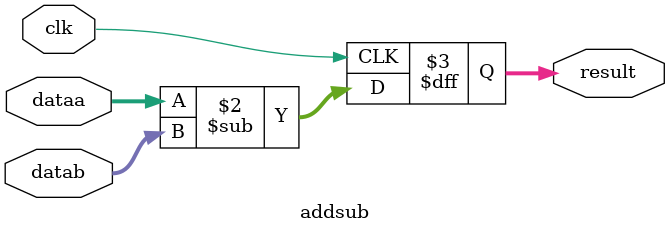
<source format=v>
module addsub
(
	input [15:0] dataa,
	input [15:0] datab,
	input clk,
	output reg [16:0] result
);

	// always @ (posedge clk)
	always @ (posedge clk)

	begin
		// if (add_sub)
			// result <= dataa + datab;
		// else
			result <= dataa - datab;
	end

endmodule

</source>
